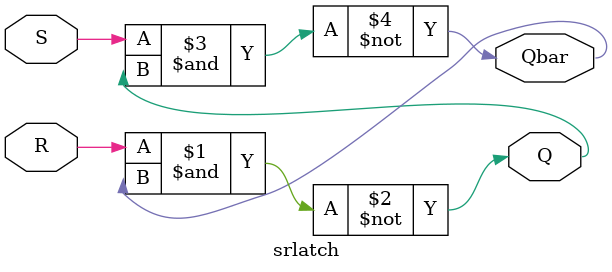
<source format=v>
module srlatch(R,S,Q,Qbar);

input R,S;
output Q,Qbar;

assign Q= ~(R&Qbar);
assign Qbar= ~(S&Q);

endmodule 


</source>
